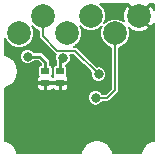
<source format=gbl>
G04 #@! TF.GenerationSoftware,KiCad,Pcbnew,(2018-01-21 revision 6b9866de8)-makepkg*
G04 #@! TF.CreationDate,2018-10-15T22:59:35+02:00*
G04 #@! TF.ProjectId,A1339_square board,41313333395F73717561726520626F61,rev?*
G04 #@! TF.SameCoordinates,Original*
G04 #@! TF.FileFunction,Copper,L2,Bot,Signal*
G04 #@! TF.FilePolarity,Positive*
%FSLAX46Y46*%
G04 Gerber Fmt 4.6, Leading zero omitted, Abs format (unit mm)*
G04 Created by KiCad (PCBNEW (2018-01-21 revision 6b9866de8)-makepkg) date 10/15/18 22:59:35*
%MOMM*%
%LPD*%
G01*
G04 APERTURE LIST*
%ADD10R,0.700000X0.600000*%
%ADD11C,1.998980*%
%ADD12C,0.800000*%
%ADD13C,0.254000*%
%ADD14C,0.152400*%
%ADD15C,0.203200*%
G04 APERTURE END LIST*
D10*
X134625000Y-86100000D03*
X134625000Y-87100000D03*
X135875000Y-87100000D03*
X135875000Y-86100000D03*
D11*
X132399000Y-82894000D03*
X134431000Y-81433500D03*
X136463000Y-82894000D03*
X138495000Y-81433500D03*
X140527000Y-82894000D03*
X142559000Y-81433500D03*
D12*
X133125000Y-84850000D03*
X136125000Y-88100000D03*
X136125000Y-84978600D03*
X139123600Y-86350000D03*
X138875000Y-88350000D03*
D13*
X134625000Y-85350000D02*
X134125000Y-84850000D01*
X134625000Y-86100000D02*
X134625000Y-85350000D01*
X134125000Y-84850000D02*
X133125000Y-84850000D01*
X135875000Y-85228600D02*
X136125000Y-84978600D01*
X135875000Y-86100000D02*
X135875000Y-85228600D01*
D14*
X137123600Y-84350000D02*
X135625000Y-84350000D01*
X139123600Y-86350000D02*
X137123600Y-84350000D01*
X135625000Y-84350000D02*
X134431000Y-83156000D01*
X134431000Y-83156000D02*
X134431000Y-81433500D01*
X139875000Y-88350000D02*
X140527000Y-87698000D01*
X140527000Y-87698000D02*
X140527000Y-82894000D01*
X138875000Y-88350000D02*
X139875000Y-88350000D01*
D15*
G36*
X141681524Y-80484182D02*
X142559000Y-81361658D01*
X143436476Y-80484182D01*
X143406583Y-80429000D01*
X143796000Y-80429000D01*
X143796000Y-80878591D01*
X143709702Y-80668770D01*
X143705872Y-80663041D01*
X143508318Y-80556024D01*
X142630842Y-81433500D01*
X143508318Y-82310976D01*
X143705872Y-82203959D01*
X143796000Y-81987897D01*
X143796000Y-91979997D01*
X143639863Y-92011055D01*
X143521265Y-92060180D01*
X143164400Y-92298630D01*
X143073630Y-92389400D01*
X142835180Y-92746265D01*
X142786055Y-92864863D01*
X142754997Y-93021000D01*
X140370003Y-93021000D01*
X140338945Y-92864863D01*
X140289820Y-92746265D01*
X140051370Y-92389400D01*
X139960598Y-92298628D01*
X139603735Y-92060180D01*
X139485137Y-92011055D01*
X139064185Y-91927322D01*
X138935815Y-91927322D01*
X138514863Y-92011055D01*
X138396265Y-92060180D01*
X138039400Y-92298630D01*
X137948630Y-92389400D01*
X137710180Y-92746265D01*
X137661055Y-92864863D01*
X137629997Y-93021000D01*
X132245003Y-93021000D01*
X132213945Y-92864863D01*
X132164820Y-92746265D01*
X131926370Y-92389400D01*
X131835598Y-92298628D01*
X131478735Y-92060180D01*
X131360137Y-92011055D01*
X131204000Y-91979997D01*
X131204000Y-87480003D01*
X131360137Y-87448945D01*
X131478735Y-87399820D01*
X131718371Y-87239700D01*
X133919400Y-87239700D01*
X133919400Y-87470733D01*
X133973537Y-87601431D01*
X134073569Y-87701463D01*
X134204267Y-87755600D01*
X134485300Y-87755600D01*
X134574200Y-87666700D01*
X134574200Y-87150800D01*
X134675800Y-87150800D01*
X134675800Y-87666700D01*
X134764700Y-87755600D01*
X135045733Y-87755600D01*
X135176431Y-87701463D01*
X135250000Y-87627894D01*
X135323569Y-87701463D01*
X135454267Y-87755600D01*
X135735300Y-87755600D01*
X135824200Y-87666700D01*
X135824200Y-87150800D01*
X135925800Y-87150800D01*
X135925800Y-87666700D01*
X136014700Y-87755600D01*
X136295733Y-87755600D01*
X136426431Y-87701463D01*
X136526463Y-87601431D01*
X136580600Y-87470733D01*
X136580600Y-87239700D01*
X136491700Y-87150800D01*
X135925800Y-87150800D01*
X135824200Y-87150800D01*
X135258300Y-87150800D01*
X135250000Y-87159100D01*
X135241700Y-87150800D01*
X134675800Y-87150800D01*
X134574200Y-87150800D01*
X134008300Y-87150800D01*
X133919400Y-87239700D01*
X131718371Y-87239700D01*
X131835600Y-87161370D01*
X131926370Y-87070600D01*
X132164820Y-86713735D01*
X132213945Y-86595137D01*
X132297678Y-86174185D01*
X132297678Y-86045815D01*
X132213945Y-85624863D01*
X132164820Y-85506265D01*
X131926370Y-85149400D01*
X131835598Y-85058628D01*
X131478735Y-84820180D01*
X131360137Y-84771055D01*
X131204000Y-84739997D01*
X131204000Y-83284542D01*
X131336343Y-83604045D01*
X131688955Y-83956657D01*
X132149665Y-84147490D01*
X132648335Y-84147490D01*
X133109045Y-83956657D01*
X133461657Y-83604045D01*
X133652490Y-83143335D01*
X133652490Y-82644665D01*
X133499066Y-82274268D01*
X133720955Y-82496157D01*
X134100800Y-82653495D01*
X134100800Y-83156000D01*
X134125935Y-83282362D01*
X134197513Y-83389487D01*
X135391513Y-84583487D01*
X135498638Y-84655065D01*
X135547132Y-84664711D01*
X135471000Y-84848511D01*
X135471000Y-85108689D01*
X135502652Y-85185104D01*
X135494000Y-85228600D01*
X135494000Y-85547190D01*
X135425894Y-85560737D01*
X135341876Y-85616876D01*
X135285737Y-85700894D01*
X135266024Y-85800000D01*
X135266024Y-86400000D01*
X135285737Y-86499106D01*
X135300662Y-86521444D01*
X135250000Y-86572106D01*
X135199338Y-86521444D01*
X135214263Y-86499106D01*
X135233976Y-86400000D01*
X135233976Y-85800000D01*
X135214263Y-85700894D01*
X135158124Y-85616876D01*
X135074106Y-85560737D01*
X135006000Y-85547190D01*
X135006000Y-85350005D01*
X135006001Y-85350000D01*
X134976998Y-85204198D01*
X134894408Y-85080592D01*
X134394408Y-84580592D01*
X134270803Y-84498002D01*
X134125000Y-84469000D01*
X133668896Y-84469000D01*
X133495461Y-84295565D01*
X133255089Y-84196000D01*
X132994911Y-84196000D01*
X132754539Y-84295565D01*
X132570565Y-84479539D01*
X132471000Y-84719911D01*
X132471000Y-84980089D01*
X132570565Y-85220461D01*
X132754539Y-85404435D01*
X132994911Y-85504000D01*
X133255089Y-85504000D01*
X133495461Y-85404435D01*
X133668896Y-85231000D01*
X133967184Y-85231000D01*
X134244000Y-85507816D01*
X134244000Y-85547190D01*
X134175894Y-85560737D01*
X134091876Y-85616876D01*
X134035737Y-85700894D01*
X134016024Y-85800000D01*
X134016024Y-86400000D01*
X134035737Y-86499106D01*
X134050662Y-86521444D01*
X133973537Y-86598569D01*
X133919400Y-86729267D01*
X133919400Y-86960300D01*
X134008300Y-87049200D01*
X134574200Y-87049200D01*
X134574200Y-87029200D01*
X134675800Y-87029200D01*
X134675800Y-87049200D01*
X135241700Y-87049200D01*
X135250000Y-87040900D01*
X135258300Y-87049200D01*
X135824200Y-87049200D01*
X135824200Y-87029200D01*
X135925800Y-87029200D01*
X135925800Y-87049200D01*
X136491700Y-87049200D01*
X136580600Y-86960300D01*
X136580600Y-86729267D01*
X136526463Y-86598569D01*
X136449338Y-86521444D01*
X136464263Y-86499106D01*
X136483976Y-86400000D01*
X136483976Y-85800000D01*
X136464263Y-85700894D01*
X136408124Y-85616876D01*
X136364087Y-85587452D01*
X136495461Y-85533035D01*
X136679435Y-85349061D01*
X136779000Y-85108689D01*
X136779000Y-84848511D01*
X136709284Y-84680200D01*
X136986826Y-84680200D01*
X138486276Y-86179650D01*
X138469600Y-86219911D01*
X138469600Y-86480089D01*
X138569165Y-86720461D01*
X138753139Y-86904435D01*
X138993511Y-87004000D01*
X139253689Y-87004000D01*
X139494061Y-86904435D01*
X139678035Y-86720461D01*
X139777600Y-86480089D01*
X139777600Y-86219911D01*
X139678035Y-85979539D01*
X139494061Y-85795565D01*
X139253689Y-85696000D01*
X138993511Y-85696000D01*
X138953250Y-85712676D01*
X137357087Y-84116513D01*
X137249962Y-84044935D01*
X137123600Y-84019800D01*
X137020605Y-84019800D01*
X137173045Y-83956657D01*
X137525657Y-83604045D01*
X137716490Y-83143335D01*
X137716490Y-82644665D01*
X137563066Y-82274268D01*
X137784955Y-82496157D01*
X138245665Y-82686990D01*
X138744335Y-82686990D01*
X139205045Y-82496157D01*
X139426934Y-82274268D01*
X139273510Y-82644665D01*
X139273510Y-83143335D01*
X139464343Y-83604045D01*
X139816955Y-83956657D01*
X140196800Y-84113995D01*
X140196800Y-87561227D01*
X139738226Y-88019800D01*
X139446112Y-88019800D01*
X139429435Y-87979539D01*
X139245461Y-87795565D01*
X139005089Y-87696000D01*
X138744911Y-87696000D01*
X138504539Y-87795565D01*
X138320565Y-87979539D01*
X138221000Y-88219911D01*
X138221000Y-88480089D01*
X138320565Y-88720461D01*
X138504539Y-88904435D01*
X138744911Y-89004000D01*
X139005089Y-89004000D01*
X139245461Y-88904435D01*
X139429435Y-88720461D01*
X139446112Y-88680200D01*
X139875000Y-88680200D01*
X140001362Y-88655065D01*
X140108487Y-88583487D01*
X140760484Y-87931489D01*
X140760487Y-87931487D01*
X140832065Y-87824362D01*
X140857200Y-87698000D01*
X140857200Y-84113995D01*
X141237045Y-83956657D01*
X141589657Y-83604045D01*
X141780490Y-83143335D01*
X141780490Y-82644665D01*
X141674811Y-82389534D01*
X141681525Y-82382820D01*
X141788541Y-82580372D01*
X142286077Y-82787914D01*
X142825164Y-82789259D01*
X143323730Y-82584202D01*
X143329459Y-82580372D01*
X143436476Y-82382818D01*
X142559000Y-81505342D01*
X142544858Y-81519485D01*
X142473016Y-81447643D01*
X142487158Y-81433500D01*
X141609682Y-80556024D01*
X141412128Y-80663041D01*
X141204586Y-81160577D01*
X141203241Y-81699664D01*
X141271620Y-81865918D01*
X141237045Y-81831343D01*
X140776335Y-81640510D01*
X140277665Y-81640510D01*
X139816955Y-81831343D01*
X139595066Y-82053232D01*
X139748490Y-81682835D01*
X139748490Y-81184165D01*
X139557657Y-80723455D01*
X139263202Y-80429000D01*
X141711417Y-80429000D01*
X141681524Y-80484182D01*
X141681524Y-80484182D01*
G37*
X141681524Y-80484182D02*
X142559000Y-81361658D01*
X143436476Y-80484182D01*
X143406583Y-80429000D01*
X143796000Y-80429000D01*
X143796000Y-80878591D01*
X143709702Y-80668770D01*
X143705872Y-80663041D01*
X143508318Y-80556024D01*
X142630842Y-81433500D01*
X143508318Y-82310976D01*
X143705872Y-82203959D01*
X143796000Y-81987897D01*
X143796000Y-91979997D01*
X143639863Y-92011055D01*
X143521265Y-92060180D01*
X143164400Y-92298630D01*
X143073630Y-92389400D01*
X142835180Y-92746265D01*
X142786055Y-92864863D01*
X142754997Y-93021000D01*
X140370003Y-93021000D01*
X140338945Y-92864863D01*
X140289820Y-92746265D01*
X140051370Y-92389400D01*
X139960598Y-92298628D01*
X139603735Y-92060180D01*
X139485137Y-92011055D01*
X139064185Y-91927322D01*
X138935815Y-91927322D01*
X138514863Y-92011055D01*
X138396265Y-92060180D01*
X138039400Y-92298630D01*
X137948630Y-92389400D01*
X137710180Y-92746265D01*
X137661055Y-92864863D01*
X137629997Y-93021000D01*
X132245003Y-93021000D01*
X132213945Y-92864863D01*
X132164820Y-92746265D01*
X131926370Y-92389400D01*
X131835598Y-92298628D01*
X131478735Y-92060180D01*
X131360137Y-92011055D01*
X131204000Y-91979997D01*
X131204000Y-87480003D01*
X131360137Y-87448945D01*
X131478735Y-87399820D01*
X131718371Y-87239700D01*
X133919400Y-87239700D01*
X133919400Y-87470733D01*
X133973537Y-87601431D01*
X134073569Y-87701463D01*
X134204267Y-87755600D01*
X134485300Y-87755600D01*
X134574200Y-87666700D01*
X134574200Y-87150800D01*
X134675800Y-87150800D01*
X134675800Y-87666700D01*
X134764700Y-87755600D01*
X135045733Y-87755600D01*
X135176431Y-87701463D01*
X135250000Y-87627894D01*
X135323569Y-87701463D01*
X135454267Y-87755600D01*
X135735300Y-87755600D01*
X135824200Y-87666700D01*
X135824200Y-87150800D01*
X135925800Y-87150800D01*
X135925800Y-87666700D01*
X136014700Y-87755600D01*
X136295733Y-87755600D01*
X136426431Y-87701463D01*
X136526463Y-87601431D01*
X136580600Y-87470733D01*
X136580600Y-87239700D01*
X136491700Y-87150800D01*
X135925800Y-87150800D01*
X135824200Y-87150800D01*
X135258300Y-87150800D01*
X135250000Y-87159100D01*
X135241700Y-87150800D01*
X134675800Y-87150800D01*
X134574200Y-87150800D01*
X134008300Y-87150800D01*
X133919400Y-87239700D01*
X131718371Y-87239700D01*
X131835600Y-87161370D01*
X131926370Y-87070600D01*
X132164820Y-86713735D01*
X132213945Y-86595137D01*
X132297678Y-86174185D01*
X132297678Y-86045815D01*
X132213945Y-85624863D01*
X132164820Y-85506265D01*
X131926370Y-85149400D01*
X131835598Y-85058628D01*
X131478735Y-84820180D01*
X131360137Y-84771055D01*
X131204000Y-84739997D01*
X131204000Y-83284542D01*
X131336343Y-83604045D01*
X131688955Y-83956657D01*
X132149665Y-84147490D01*
X132648335Y-84147490D01*
X133109045Y-83956657D01*
X133461657Y-83604045D01*
X133652490Y-83143335D01*
X133652490Y-82644665D01*
X133499066Y-82274268D01*
X133720955Y-82496157D01*
X134100800Y-82653495D01*
X134100800Y-83156000D01*
X134125935Y-83282362D01*
X134197513Y-83389487D01*
X135391513Y-84583487D01*
X135498638Y-84655065D01*
X135547132Y-84664711D01*
X135471000Y-84848511D01*
X135471000Y-85108689D01*
X135502652Y-85185104D01*
X135494000Y-85228600D01*
X135494000Y-85547190D01*
X135425894Y-85560737D01*
X135341876Y-85616876D01*
X135285737Y-85700894D01*
X135266024Y-85800000D01*
X135266024Y-86400000D01*
X135285737Y-86499106D01*
X135300662Y-86521444D01*
X135250000Y-86572106D01*
X135199338Y-86521444D01*
X135214263Y-86499106D01*
X135233976Y-86400000D01*
X135233976Y-85800000D01*
X135214263Y-85700894D01*
X135158124Y-85616876D01*
X135074106Y-85560737D01*
X135006000Y-85547190D01*
X135006000Y-85350005D01*
X135006001Y-85350000D01*
X134976998Y-85204198D01*
X134894408Y-85080592D01*
X134394408Y-84580592D01*
X134270803Y-84498002D01*
X134125000Y-84469000D01*
X133668896Y-84469000D01*
X133495461Y-84295565D01*
X133255089Y-84196000D01*
X132994911Y-84196000D01*
X132754539Y-84295565D01*
X132570565Y-84479539D01*
X132471000Y-84719911D01*
X132471000Y-84980089D01*
X132570565Y-85220461D01*
X132754539Y-85404435D01*
X132994911Y-85504000D01*
X133255089Y-85504000D01*
X133495461Y-85404435D01*
X133668896Y-85231000D01*
X133967184Y-85231000D01*
X134244000Y-85507816D01*
X134244000Y-85547190D01*
X134175894Y-85560737D01*
X134091876Y-85616876D01*
X134035737Y-85700894D01*
X134016024Y-85800000D01*
X134016024Y-86400000D01*
X134035737Y-86499106D01*
X134050662Y-86521444D01*
X133973537Y-86598569D01*
X133919400Y-86729267D01*
X133919400Y-86960300D01*
X134008300Y-87049200D01*
X134574200Y-87049200D01*
X134574200Y-87029200D01*
X134675800Y-87029200D01*
X134675800Y-87049200D01*
X135241700Y-87049200D01*
X135250000Y-87040900D01*
X135258300Y-87049200D01*
X135824200Y-87049200D01*
X135824200Y-87029200D01*
X135925800Y-87029200D01*
X135925800Y-87049200D01*
X136491700Y-87049200D01*
X136580600Y-86960300D01*
X136580600Y-86729267D01*
X136526463Y-86598569D01*
X136449338Y-86521444D01*
X136464263Y-86499106D01*
X136483976Y-86400000D01*
X136483976Y-85800000D01*
X136464263Y-85700894D01*
X136408124Y-85616876D01*
X136364087Y-85587452D01*
X136495461Y-85533035D01*
X136679435Y-85349061D01*
X136779000Y-85108689D01*
X136779000Y-84848511D01*
X136709284Y-84680200D01*
X136986826Y-84680200D01*
X138486276Y-86179650D01*
X138469600Y-86219911D01*
X138469600Y-86480089D01*
X138569165Y-86720461D01*
X138753139Y-86904435D01*
X138993511Y-87004000D01*
X139253689Y-87004000D01*
X139494061Y-86904435D01*
X139678035Y-86720461D01*
X139777600Y-86480089D01*
X139777600Y-86219911D01*
X139678035Y-85979539D01*
X139494061Y-85795565D01*
X139253689Y-85696000D01*
X138993511Y-85696000D01*
X138953250Y-85712676D01*
X137357087Y-84116513D01*
X137249962Y-84044935D01*
X137123600Y-84019800D01*
X137020605Y-84019800D01*
X137173045Y-83956657D01*
X137525657Y-83604045D01*
X137716490Y-83143335D01*
X137716490Y-82644665D01*
X137563066Y-82274268D01*
X137784955Y-82496157D01*
X138245665Y-82686990D01*
X138744335Y-82686990D01*
X139205045Y-82496157D01*
X139426934Y-82274268D01*
X139273510Y-82644665D01*
X139273510Y-83143335D01*
X139464343Y-83604045D01*
X139816955Y-83956657D01*
X140196800Y-84113995D01*
X140196800Y-87561227D01*
X139738226Y-88019800D01*
X139446112Y-88019800D01*
X139429435Y-87979539D01*
X139245461Y-87795565D01*
X139005089Y-87696000D01*
X138744911Y-87696000D01*
X138504539Y-87795565D01*
X138320565Y-87979539D01*
X138221000Y-88219911D01*
X138221000Y-88480089D01*
X138320565Y-88720461D01*
X138504539Y-88904435D01*
X138744911Y-89004000D01*
X139005089Y-89004000D01*
X139245461Y-88904435D01*
X139429435Y-88720461D01*
X139446112Y-88680200D01*
X139875000Y-88680200D01*
X140001362Y-88655065D01*
X140108487Y-88583487D01*
X140760484Y-87931489D01*
X140760487Y-87931487D01*
X140832065Y-87824362D01*
X140857200Y-87698000D01*
X140857200Y-84113995D01*
X141237045Y-83956657D01*
X141589657Y-83604045D01*
X141780490Y-83143335D01*
X141780490Y-82644665D01*
X141674811Y-82389534D01*
X141681525Y-82382820D01*
X141788541Y-82580372D01*
X142286077Y-82787914D01*
X142825164Y-82789259D01*
X143323730Y-82584202D01*
X143329459Y-82580372D01*
X143436476Y-82382818D01*
X142559000Y-81505342D01*
X142544858Y-81519485D01*
X142473016Y-81447643D01*
X142487158Y-81433500D01*
X141609682Y-80556024D01*
X141412128Y-80663041D01*
X141204586Y-81160577D01*
X141203241Y-81699664D01*
X141271620Y-81865918D01*
X141237045Y-81831343D01*
X140776335Y-81640510D01*
X140277665Y-81640510D01*
X139816955Y-81831343D01*
X139595066Y-82053232D01*
X139748490Y-81682835D01*
X139748490Y-81184165D01*
X139557657Y-80723455D01*
X139263202Y-80429000D01*
X141711417Y-80429000D01*
X141681524Y-80484182D01*
M02*

</source>
